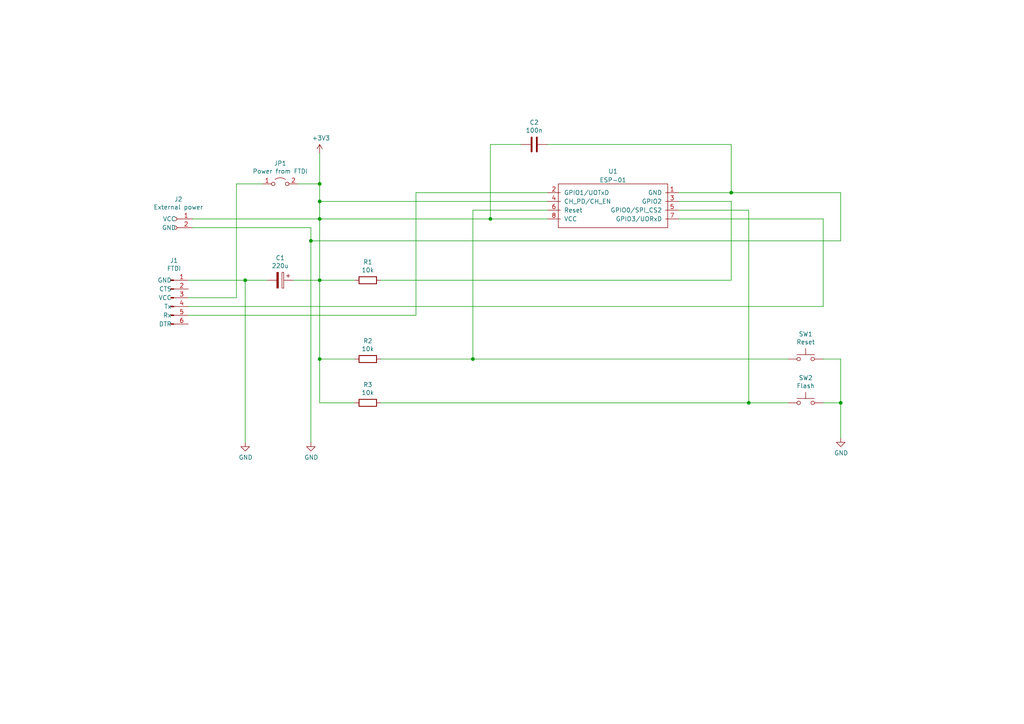
<source format=kicad_sch>
(kicad_sch (version 20211123) (generator eeschema)
  (paper "A4")
  (title_block (title "espProgrammerBoard") (date "2022-09-18") (rev "0.1"))
  (lib_symbols
    (symbol "Device:C" (pin_numbers hide) (pin_names (offset 0.254))
      (property "Reference" "C" (at 0.635 2.54 0))
      (property "Value" "C" (at 0.635 -2.54 0))
      (symbol "C_0_1"
        (polyline (pts (xy -2.032 -0.762) (xy 2.032 -0.762)) (stroke (width 0.508)))
        (polyline (pts (xy -2.032 0.762) (xy 2.032 0.762)) (stroke (width 0.508)))
      )
      (symbol "C_1_1"
        (pin passive line (at 0 3.81 270) (length 2.794) (name "~") (number "1"))
        (pin passive line (at 0 -3.81 90) (length 2.794) (name "~") (number "2"))
      )
    )
    (symbol "Device:R" (pin_numbers hide) (pin_names (offset 0))
      (property "Reference" "R" (at 2.032 0 90))
      (property "Value" "R" (at 0 0 90))
      (symbol "R_0_1"
        (rectangle (start -1.016 -2.54) (end 1.016 2.54) (stroke (width 0.254)))
      )
      (symbol "R_1_1"
        (pin passive line (at 0 3.81 270) (length 1.27) (name "~") (number "1"))
        (pin passive line (at 0 -3.81 90) (length 1.27) (name "~") (number "2"))
      )
    )
    (symbol "Jumper:Jumper_2_Open" (pin_names (offset 0) hide)
      (property "Reference" "JP" (at 0 2.794 0))
      (property "Value" "Jumper_2_Open" (at 0 -2.286 0))
      (symbol "Jumper_2_Open_0_0"
        (circle (center -2.032 0) (radius 0.508))
        (circle (center 2.032 0) (radius 0.508))
      )
      (symbol "Jumper_2_Open_0_1"
        (arc (start 1.524 1.27) (mid 0 1.778) (end -1.524 1.27))
      )
      (symbol "Jumper_2_Open_1_1"
        (pin passive line (at -5.08 0 0) (length 2.54) (name "A") (number "1"))
        (pin passive line (at 5.08 0 180) (length 2.54) (name "B") (number "2"))
      )
    )
    (symbol "My_Arduino:ESP-01" (pin_names (offset 1.016))
      (property "Reference" "U" (at 4.445 3.81 0))
      (property "Value" "ESP-01" (at 6.985 -11.43 0))
      (symbol "ESP-01_0_1"
        (polyline (pts (xy 3.175 2.54) (xy 34.925 2.54) (xy 34.925 -10.16) (xy 3.175 -10.16) (xy 3.175 2.54)) (stroke (width 0.1524)))
      )
      (symbol "ESP-01_1_1"
        (pin output line (at 0 0 0) (length 3.81) (name "GND") (number "1"))
        (pin power_in line (at 38.1 0 180) (length 3.81) (name "GPIO1/UOTxD") (number "2"))
        (pin input line (at 0 -2.54 0) (length 3.81) (name "GPIO2") (number "3"))
        (pin tri_state line (at 38.1 -2.54 180) (length 3.81) (name "CH_PD/CH_EN") (number "4"))
        (pin input line (at 0 -5.08 0) (length 3.81) (name "GPIO0/SPI_CS2") (number "5"))
        (pin tri_state line (at 38.1 -5.08 180) (length 3.81) (name "Reset") (number "6"))
        (pin power_in line (at 0 -7.62 0) (length 3.81) (name "GPIO3/UORxD") (number "7"))
        (pin input line (at 38.1 -7.62 180) (length 3.81) (name "VCC") (number "8"))
      )
    )
    (symbol "My_Headers:2-pin_power_input_header" (pin_names (offset 1.016))
      (property "Reference" "J" (at 0 2.54 0))
      (symbol "2-pin_power_input_header_1_1"
        (arc (start 0 -2.032) (mid -0.508 -2.54) (end 0 -3.048) (stroke (width 0.1524)))
        (polyline (pts (xy -1.27 -2.54) (xy -0.508 -2.54)) (stroke (width 0.1524)))
        (polyline (pts (xy -1.27 0) (xy -0.508 0)) (stroke (width 0.1524)))
        (arc (start 0 0.508) (mid -0.508 0) (end 0 -0.508) (stroke (width 0.1524)))
        (pin power_out line (at -5.08 0 0) (length 3.81) (name "VCC") (number "1"))
        (pin power_out line (at -5.08 -2.54 0) (length 3.81) (name "GND") (number "2"))
      )
    )
    (symbol "My_Headers:6-pin_FTDI_header" (pin_names (offset 1.016))
      (property "Reference" "J" (at 0 7.62 0))
      (property "Value" "6-pin_FTDI_header" (at 0 -10.16 0))
      (symbol "6-pin_FTDI_header_1_1"
        (polyline (pts (xy 1.27 -7.62) (xy 0.8636 -7.62)) (stroke (width 0.1524)))
        (polyline (pts (xy 1.27 -5.08) (xy 0.8636 -5.08)) (stroke (width 0.1524)))
        (polyline (pts (xy 1.27 -2.54) (xy 0.8636 -2.54)) (stroke (width 0.1524)))
        (polyline (pts (xy 1.27 0) (xy 0.8636 0)) (stroke (width 0.1524)))
        (polyline (pts (xy 1.27 2.54) (xy 0.8636 2.54)) (stroke (width 0.1524)))
        (polyline (pts (xy 1.27 5.08) (xy 0.8636 5.08)) (stroke (width 0.1524)))
        (rectangle (start 0.8636 -7.493) (end 0 -7.747) (stroke (width 0.1524)) (fill (type outline)))
        (rectangle (start 0.8636 -4.953) (end 0 -5.207) (stroke (width 0.1524)) (fill (type outline)))
        (rectangle (start 0.8636 -2.413) (end 0 -2.667) (stroke (width 0.1524)) (fill (type outline)))
        (rectangle (start 0.8636 0.127) (end 0 -0.127) (stroke (width 0.1524)) (fill (type outline)))
        (rectangle (start 0.8636 2.667) (end 0 2.413) (stroke (width 0.1524)) (fill (type outline)))
        (rectangle (start 0.8636 5.207) (end 0 4.953) (stroke (width 0.1524)) (fill (type outline)))
        (pin passive line (at 5.08 5.08 180) (length 3.81) (name "GND") (number "1"))
        (pin passive line (at 5.08 2.54 180) (length 3.81) (name "CTS") (number "2"))
        (pin passive line (at 5.08 0 180) (length 3.81) (name "VCC") (number "3"))
        (pin passive line (at 5.08 -2.54 180) (length 3.81) (name "Tx") (number "4"))
        (pin passive line (at 5.08 -5.08 180) (length 3.81) (name "Rx") (number "5"))
        (pin passive line (at 5.08 -7.62 180) (length 3.81) (name "DTR") (number "6"))
      )
    )
    (symbol "Switch:SW_Push" (pin_numbers hide) (pin_names (offset 1.016) hide)
      (property "Reference" "SW" (at 1.27 2.54 0))
      (property "Value" "SW_Push" (at 0 -1.524 0))
      (symbol "SW_Push_0_1"
        (circle (center -2.032 0) (radius 0.508))
        (polyline (pts (xy 0 1.27) (xy 0 3.048)))
        (polyline (pts (xy 2.54 1.27) (xy -2.54 1.27)))
        (circle (center 2.032 0) (radius 0.508))
        (pin passive line (at -5.08 0 0) (length 2.54) (name "1") (number "1"))
        (pin passive line (at 5.08 0 180) (length 2.54) (name "2") (number "2"))
      )
    )
    (symbol "espProgrammerBoard-rescue:CP-Device" (pin_numbers hide) (pin_names (offset 0.254))
      (property "Reference" "C" (at 0.635 2.54 0))
      (property "Value" "CP-Device" (at 0.635 -2.54 0))
      (symbol "CP-Device_0_1"
        (rectangle (start -2.286 0.508) (end 2.286 1.016))
        (polyline (pts (xy -1.778 2.286) (xy -0.762 2.286)))
        (polyline (pts (xy -1.27 2.794) (xy -1.27 1.778)))
        (rectangle (start 2.286 -0.508) (end -2.286 -1.016) (fill (type outline)))
      )
      (symbol "CP-Device_1_1"
        (pin passive line (at 0 3.81 270) (length 2.794) (name "~") (number "1"))
        (pin passive line (at 0 -3.81 90) (length 2.794) (name "~") (number "2"))
      )
    )
    (symbol "power:+3.3V" (power) (pin_names (offset 0))
      (property "Value" "+3.3V" (at 0 3.556 0))
      (symbol "+3.3V_0_1"
        (polyline (pts (xy -0.762 1.27) (xy 0 2.54)))
        (polyline (pts (xy 0 0) (xy 0 2.54)))
        (polyline (pts (xy 0 2.54) (xy 0.762 1.27)))
      )
      (symbol "+3.3V_1_1"
        (pin power_in line (at 0 0 90) (length 0) hide (name "+3V3") (number "1"))
      )
    )
    (symbol "power:GND" (power) (pin_names (offset 0))
      (property "Value" "GND" (at 0 -3.81 0))
      (symbol "GND_0_1"
        (polyline (pts (xy 0 0) (xy 0 -1.27) (xy 1.27 -1.27) (xy 0 -2.54) (xy -1.27 -1.27) (xy 0 -1.27)))
      )
      (symbol "GND_1_1"
        (pin power_in line (at 0 0 270) (length 0) hide (name "GND") (number "1"))
      )
    )
  )
  (junction (at 142.24 63.5))
  (junction (at 243.84 116.84))
  (junction (at 90.17 69.85))
  (junction (at 137.16 104.14))
  (junction (at 92.71 58.42))
  (junction (at 71.12 81.28))
  (junction (at 92.71 63.5))
  (junction (at 92.71 53.34))
  (junction (at 217.17 116.84))
  (junction (at 212.09 55.88))
  (junction (at 92.71 81.28))
  (junction (at 92.71 104.14))
  (wire (pts (xy 90.17 66.04) (xy 55.88 66.04)))
  (wire (pts (xy 212.09 55.88) (xy 243.84 55.88)))
  (wire (pts (xy 68.58 53.34) (xy 76.2 53.34)))
  (wire (pts (xy 90.17 69.85) (xy 243.84 69.85)))
  (wire (pts (xy 243.84 55.88) (xy 243.84 69.85)))
  (wire (pts (xy 238.76 88.9) (xy 238.76 63.5)))
  (wire (pts (xy 102.87 81.28) (xy 92.71 81.28)))
  (wire (pts (xy 137.16 104.14) (xy 228.6 104.14)))
  (wire (pts (xy 196.85 58.42) (xy 212.09 58.42)))
  (wire (pts (xy 196.85 55.88) (xy 212.09 55.88)))
  (wire (pts (xy 54.61 91.44) (xy 120.65 91.44)))
  (wire (pts (xy 102.87 104.14) (xy 92.71 104.14)))
  (wire (pts (xy 92.71 63.5) (xy 92.71 58.42)))
  (wire (pts (xy 196.85 60.96) (xy 217.17 60.96)))
  (wire (pts (xy 238.76 116.84) (xy 243.84 116.84)))
  (wire (pts (xy 92.71 116.84) (xy 92.71 104.14)))
  (wire (pts (xy 142.24 63.5) (xy 142.24 41.91)))
  (wire (pts (xy 158.75 60.96) (xy 137.16 60.96)))
  (wire (pts (xy 92.71 63.5) (xy 142.24 63.5)))
  (wire (pts (xy 110.49 81.28) (xy 212.09 81.28)))
  (wire (pts (xy 92.71 58.42) (xy 158.75 58.42)))
  (wire (pts (xy 92.71 44.45) (xy 92.71 53.34)))
  (wire (pts (xy 77.47 81.28) (xy 71.12 81.28)))
  (wire (pts (xy 137.16 60.96) (xy 137.16 104.14)))
  (wire (pts (xy 243.84 116.84) (xy 243.84 127)))
  (wire (pts (xy 92.71 63.5) (xy 92.71 81.28)))
  (wire (pts (xy 92.71 104.14) (xy 92.71 81.28)))
  (wire (pts (xy 120.65 55.88) (xy 158.75 55.88)))
  (wire (pts (xy 71.12 128.27) (xy 71.12 81.28)))
  (wire (pts (xy 212.09 55.88) (xy 212.09 41.91)))
  (wire (pts (xy 137.16 104.14) (xy 110.49 104.14)))
  (wire (pts (xy 55.88 63.5) (xy 92.71 63.5)))
  (wire (pts (xy 212.09 58.42) (xy 212.09 81.28)))
  (wire (pts (xy 71.12 81.28) (xy 54.61 81.28)))
  (wire (pts (xy 102.87 116.84) (xy 92.71 116.84)))
  (wire (pts (xy 196.85 63.5) (xy 238.76 63.5)))
  (wire (pts (xy 92.71 81.28) (xy 85.09 81.28)))
  (wire (pts (xy 110.49 116.84) (xy 217.17 116.84)))
  (wire (pts (xy 54.61 88.9) (xy 238.76 88.9)))
  (wire (pts (xy 217.17 116.84) (xy 228.6 116.84)))
  (wire (pts (xy 142.24 63.5) (xy 158.75 63.5)))
  (wire (pts (xy 158.75 41.91) (xy 212.09 41.91)))
  (wire (pts (xy 54.61 86.36) (xy 68.58 86.36)))
  (wire (pts (xy 90.17 69.85) (xy 90.17 128.27)))
  (wire (pts (xy 142.24 41.91) (xy 151.13 41.91)))
  (wire (pts (xy 86.36 53.34) (xy 92.71 53.34)))
  (wire (pts (xy 217.17 60.96) (xy 217.17 116.84)))
  (wire (pts (xy 68.58 86.36) (xy 68.58 53.34)))
  (wire (pts (xy 120.65 91.44) (xy 120.65 55.88)))
  (wire (pts (xy 238.76 104.14) (xy 243.84 104.14)))
  (wire (pts (xy 243.84 104.14) (xy 243.84 116.84)))
  (wire (pts (xy 90.17 69.85) (xy 90.17 66.04)))
  (wire (pts (xy 92.71 53.34) (xy 92.71 58.42)))
  (symbol (lib_id "My_Headers:6-pin_FTDI_header") (at 49.53 86.36 0) (unit 1)
    (property "Reference" "J1" (at 50.4698 75.565 0))
    (property "Value" "FTDI" (at 50.4698 77.8764 0))
    (property "Footprint" "My_Headers:6-pin_FTDI_header_large" (effects hide))
  )
  (symbol (lib_id "My_Headers:2-pin_power_input_header") (at 50.8 63.5 0) (mirror y) (unit 1)
    (property "Reference" "J2" (at 51.7398 57.785 0))
    (property "Value" "External power" (at 51.7398 60.0964 0))
    (property "Footprint" "My_Headers:2-pin_power_input_header_larger_pads" (effects hide))
  )
  (symbol (lib_id "Switch:SW_Push") (at 233.68 104.14 0) (unit 1)
    (property "Reference" "SW1" (at 233.68 96.901 0))
    (property "Value" "Reset" (at 233.68 99.2124 0))
    (property "Footprint" "My_Misc:SW_PUSH_6mm_large" (effects hide))
  )
  (symbol (lib_id "Switch:SW_Push") (at 233.68 116.84 0) (unit 1)
    (property "Reference" "SW2" (at 233.68 109.601 0))
    (property "Value" "Flash" (at 233.68 111.9124 0))
    (property "Footprint" "My_Misc:SW_PUSH_6mm_large" (effects hide))
  )
  (symbol (lib_id "power:GND") (at 243.84 127 0) (unit 1)
    (property "Reference" "#PWR0101" (effects hide))
    (property "Value" "GND" (at 243.967 131.3942 0))
  )
  (symbol (lib_id "power:GND") (at 90.17 128.27 0) (unit 1)
    (property "Reference" "#PWR0102" (effects hide))
    (property "Value" "GND" (at 90.297 132.6642 0))
  )
  (symbol (lib_id "espProgrammerBoard-rescue:CP-Device") (at 81.28 81.28 270) (unit 1)
    (property "Reference" "C1" (at 81.28 74.803 90))
    (property "Value" "220u" (at 81.28 77.1144 90))
    (property "Footprint" "My_Misc:CP_Radial_D6.3mm_P2.50mm_large" (effects hide))
  )
  (symbol (lib_id "power:GND") (at 71.12 128.27 0) (unit 1)
    (property "Reference" "#PWR0103" (effects hide))
    (property "Value" "GND" (at 71.247 132.6642 0))
  )
  (symbol (lib_id "Device:R") (at 106.68 104.14 270) (unit 1)
    (property "Reference" "R2" (at 106.68 98.8822 90))
    (property "Value" "10k" (at 106.68 101.1936 90))
    (property "Footprint" "My_Misc:R_Axial_DIN0207_L6.3mm_D2.5mm_P10.16mm_Horizontal_larger_pads" (effects hide))
  )
  (symbol (lib_id "Device:R") (at 106.68 116.84 270) (unit 1)
    (property "Reference" "R3" (at 106.68 111.5822 90))
    (property "Value" "10k" (at 106.68 113.8936 90))
    (property "Footprint" "My_Misc:R_Axial_DIN0207_L6.3mm_D2.5mm_P10.16mm_Horizontal_larger_pads" (effects hide))
  )
  (symbol (lib_id "Device:C") (at 154.94 41.91 90) (unit 1)
    (property "Reference" "C2" (at 154.94 35.5092 90))
    (property "Value" "100n" (at 154.94 37.8206 90))
    (property "Footprint" "My_Misc:C_Disc_D3.0mm_W1.6mm_P2.50mm_larg" (effects hide))
  )
  (symbol (lib_id "Device:R") (at 106.68 81.28 270) (unit 1)
    (property "Reference" "R1" (at 106.68 76.0222 90))
    (property "Value" "10k" (at 106.68 78.3336 90))
    (property "Footprint" "My_Misc:R_Axial_DIN0207_L6.3mm_D2.5mm_P10.16mm_Horizontal_larger_pads" (effects hide))
  )
  (symbol (lib_id "power:+3.3V") (at 92.71 44.45 0) (unit 1)
    (property "Reference" "#PWR0104" (effects hide))
    (property "Value" "+3.3V" (at 93.091 40.0558 0))
  )
  (symbol (lib_id "Jumper:Jumper_2_Open") (at 81.28 53.34 0) (unit 1)
    (property "Reference" "JP1" (at 81.28 47.371 0))
    (property "Value" "Power from FTDI" (at 81.28 49.6824 0))
    (property "Footprint" "My_Parts:Jumper_1x02_P2.54mm_large" (effects hide))
  )
  (symbol (lib_id "My_Arduino:ESP-01") (at 196.85 55.88 0) (mirror y) (unit 1)
    (property "Reference" "U1" (at 177.8 49.691 0))
    (property "Value" "ESP-01" (at 177.8 52.2279 0))
    (property "Footprint" "My_Arduino:ESP-01_w_pin_socket_large" (effects hide))
    (property "Datasheet" "http://l0l.org.uk/2014/12/esp8266-modules-hardware-guide-gotta-catch-em-all/" (effects hide))
  )
)
</source>
